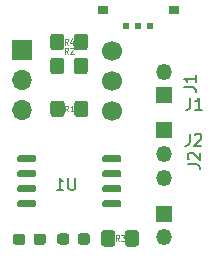
<source format=gts>
%TF.GenerationSoftware,KiCad,Pcbnew,(5.1.10-1-10_14)*%
%TF.CreationDate,2021-09-29T22:20:09+09:00*%
%TF.ProjectId,seamal,7365616d-616c-42e6-9b69-6361645f7063,rev?*%
%TF.SameCoordinates,Original*%
%TF.FileFunction,Soldermask,Top*%
%TF.FilePolarity,Negative*%
%FSLAX46Y46*%
G04 Gerber Fmt 4.6, Leading zero omitted, Abs format (unit mm)*
G04 Created by KiCad (PCBNEW (5.1.10-1-10_14)) date 2021-09-29 22:20:09*
%MOMM*%
%LPD*%
G01*
G04 APERTURE LIST*
%ADD10C,0.150000*%
%ADD11C,0.080000*%
%ADD12R,0.900000X0.700000*%
%ADD13R,0.600000X0.510000*%
%ADD14O,1.350000X1.350000*%
%ADD15R,1.350000X1.350000*%
%ADD16C,1.700000*%
%ADD17O,1.700000X1.700000*%
%ADD18R,1.700000X1.700000*%
G04 APERTURE END LIST*
%TO.C,U1*%
D10*
X143128904Y-99782380D02*
X143128904Y-100591904D01*
X143081285Y-100687142D01*
X143033666Y-100734761D01*
X142938428Y-100782380D01*
X142747952Y-100782380D01*
X142652714Y-100734761D01*
X142605095Y-100687142D01*
X142557476Y-100591904D01*
X142557476Y-99782380D01*
X141557476Y-100782380D02*
X142128904Y-100782380D01*
X141843190Y-100782380D02*
X141843190Y-99782380D01*
X141938428Y-99925238D01*
X142033666Y-100020476D01*
X142128904Y-100068095D01*
%TO.C,J2*%
X152828666Y-96035880D02*
X152828666Y-96750166D01*
X152781047Y-96893023D01*
X152685809Y-96988261D01*
X152542952Y-97035880D01*
X152447714Y-97035880D01*
X153257238Y-96131119D02*
X153304857Y-96083500D01*
X153400095Y-96035880D01*
X153638190Y-96035880D01*
X153733428Y-96083500D01*
X153781047Y-96131119D01*
X153828666Y-96226357D01*
X153828666Y-96321595D01*
X153781047Y-96464452D01*
X153209619Y-97035880D01*
X153828666Y-97035880D01*
X152677880Y-98631333D02*
X153392166Y-98631333D01*
X153535023Y-98678952D01*
X153630261Y-98774190D01*
X153677880Y-98917047D01*
X153677880Y-99012285D01*
X152773119Y-98202761D02*
X152725500Y-98155142D01*
X152677880Y-98059904D01*
X152677880Y-97821809D01*
X152725500Y-97726571D01*
X152773119Y-97678952D01*
X152868357Y-97631333D01*
X152963595Y-97631333D01*
X153106452Y-97678952D01*
X153677880Y-98250380D01*
X153677880Y-97631333D01*
%TO.C,J1*%
X152892166Y-92987880D02*
X152892166Y-93702166D01*
X152844547Y-93845023D01*
X152749309Y-93940261D01*
X152606452Y-93987880D01*
X152511214Y-93987880D01*
X153892166Y-93987880D02*
X153320738Y-93987880D01*
X153606452Y-93987880D02*
X153606452Y-92987880D01*
X153511214Y-93130738D01*
X153415976Y-93225976D01*
X153320738Y-93273595D01*
X152360380Y-92090833D02*
X153074666Y-92090833D01*
X153217523Y-92138452D01*
X153312761Y-92233690D01*
X153360380Y-92376547D01*
X153360380Y-92471785D01*
X153360380Y-91090833D02*
X153360380Y-91662261D01*
X153360380Y-91376547D02*
X152360380Y-91376547D01*
X152503238Y-91471785D01*
X152598476Y-91567023D01*
X152646095Y-91662261D01*
%TO.C,R4*%
D11*
X142537666Y-88491190D02*
X142371000Y-88253095D01*
X142251952Y-88491190D02*
X142251952Y-87991190D01*
X142442428Y-87991190D01*
X142490047Y-88015000D01*
X142513857Y-88038809D01*
X142537666Y-88086428D01*
X142537666Y-88157857D01*
X142513857Y-88205476D01*
X142490047Y-88229285D01*
X142442428Y-88253095D01*
X142251952Y-88253095D01*
X142966238Y-88157857D02*
X142966238Y-88491190D01*
X142847190Y-87967380D02*
X142728142Y-88324523D01*
X143037666Y-88324523D01*
%TO.C,R3*%
X146855666Y-105128190D02*
X146689000Y-104890095D01*
X146569952Y-105128190D02*
X146569952Y-104628190D01*
X146760428Y-104628190D01*
X146808047Y-104652000D01*
X146831857Y-104675809D01*
X146855666Y-104723428D01*
X146855666Y-104794857D01*
X146831857Y-104842476D01*
X146808047Y-104866285D01*
X146760428Y-104890095D01*
X146569952Y-104890095D01*
X147022333Y-104628190D02*
X147331857Y-104628190D01*
X147165190Y-104818666D01*
X147236619Y-104818666D01*
X147284238Y-104842476D01*
X147308047Y-104866285D01*
X147331857Y-104913904D01*
X147331857Y-105032952D01*
X147308047Y-105080571D01*
X147284238Y-105104380D01*
X147236619Y-105128190D01*
X147093761Y-105128190D01*
X147046142Y-105104380D01*
X147022333Y-105080571D01*
%TO.C,R2*%
X142537666Y-89253190D02*
X142371000Y-89015095D01*
X142251952Y-89253190D02*
X142251952Y-88753190D01*
X142442428Y-88753190D01*
X142490047Y-88777000D01*
X142513857Y-88800809D01*
X142537666Y-88848428D01*
X142537666Y-88919857D01*
X142513857Y-88967476D01*
X142490047Y-88991285D01*
X142442428Y-89015095D01*
X142251952Y-89015095D01*
X142728142Y-88800809D02*
X142751952Y-88777000D01*
X142799571Y-88753190D01*
X142918619Y-88753190D01*
X142966238Y-88777000D01*
X142990047Y-88800809D01*
X143013857Y-88848428D01*
X143013857Y-88896047D01*
X142990047Y-88967476D01*
X142704333Y-89253190D01*
X143013857Y-89253190D01*
%TO.C,R1*%
X142563066Y-94155390D02*
X142396400Y-93917295D01*
X142277352Y-94155390D02*
X142277352Y-93655390D01*
X142467828Y-93655390D01*
X142515447Y-93679200D01*
X142539257Y-93703009D01*
X142563066Y-93750628D01*
X142563066Y-93822057D01*
X142539257Y-93869676D01*
X142515447Y-93893485D01*
X142467828Y-93917295D01*
X142277352Y-93917295D01*
X143039257Y-94155390D02*
X142753542Y-94155390D01*
X142896400Y-94155390D02*
X142896400Y-93655390D01*
X142848780Y-93726819D01*
X142801161Y-93774438D01*
X142753542Y-93798247D01*
%TD*%
D12*
%TO.C,S1*%
X145479000Y-85576500D03*
X151479000Y-85576500D03*
D13*
X149479000Y-86931500D03*
X147479000Y-86931500D03*
X148479000Y-86931500D03*
%TD*%
%TO.C,U4*%
G36*
G01*
X139846400Y-101831000D02*
X139846400Y-102131000D01*
G75*
G02*
X139696400Y-102281000I-150000J0D01*
G01*
X138396400Y-102281000D01*
G75*
G02*
X138246400Y-102131000I0J150000D01*
G01*
X138246400Y-101831000D01*
G75*
G02*
X138396400Y-101681000I150000J0D01*
G01*
X139696400Y-101681000D01*
G75*
G02*
X139846400Y-101831000I0J-150000D01*
G01*
G37*
G36*
G01*
X139846400Y-100561000D02*
X139846400Y-100861000D01*
G75*
G02*
X139696400Y-101011000I-150000J0D01*
G01*
X138396400Y-101011000D01*
G75*
G02*
X138246400Y-100861000I0J150000D01*
G01*
X138246400Y-100561000D01*
G75*
G02*
X138396400Y-100411000I150000J0D01*
G01*
X139696400Y-100411000D01*
G75*
G02*
X139846400Y-100561000I0J-150000D01*
G01*
G37*
G36*
G01*
X139846400Y-99291000D02*
X139846400Y-99591000D01*
G75*
G02*
X139696400Y-99741000I-150000J0D01*
G01*
X138396400Y-99741000D01*
G75*
G02*
X138246400Y-99591000I0J150000D01*
G01*
X138246400Y-99291000D01*
G75*
G02*
X138396400Y-99141000I150000J0D01*
G01*
X139696400Y-99141000D01*
G75*
G02*
X139846400Y-99291000I0J-150000D01*
G01*
G37*
G36*
G01*
X139846400Y-98021000D02*
X139846400Y-98321000D01*
G75*
G02*
X139696400Y-98471000I-150000J0D01*
G01*
X138396400Y-98471000D01*
G75*
G02*
X138246400Y-98321000I0J150000D01*
G01*
X138246400Y-98021000D01*
G75*
G02*
X138396400Y-97871000I150000J0D01*
G01*
X139696400Y-97871000D01*
G75*
G02*
X139846400Y-98021000I0J-150000D01*
G01*
G37*
G36*
G01*
X147046400Y-98021000D02*
X147046400Y-98321000D01*
G75*
G02*
X146896400Y-98471000I-150000J0D01*
G01*
X145596400Y-98471000D01*
G75*
G02*
X145446400Y-98321000I0J150000D01*
G01*
X145446400Y-98021000D01*
G75*
G02*
X145596400Y-97871000I150000J0D01*
G01*
X146896400Y-97871000D01*
G75*
G02*
X147046400Y-98021000I0J-150000D01*
G01*
G37*
G36*
G01*
X147046400Y-99291000D02*
X147046400Y-99591000D01*
G75*
G02*
X146896400Y-99741000I-150000J0D01*
G01*
X145596400Y-99741000D01*
G75*
G02*
X145446400Y-99591000I0J150000D01*
G01*
X145446400Y-99291000D01*
G75*
G02*
X145596400Y-99141000I150000J0D01*
G01*
X146896400Y-99141000D01*
G75*
G02*
X147046400Y-99291000I0J-150000D01*
G01*
G37*
G36*
G01*
X147046400Y-100561000D02*
X147046400Y-100861000D01*
G75*
G02*
X146896400Y-101011000I-150000J0D01*
G01*
X145596400Y-101011000D01*
G75*
G02*
X145446400Y-100861000I0J150000D01*
G01*
X145446400Y-100561000D01*
G75*
G02*
X145596400Y-100411000I150000J0D01*
G01*
X146896400Y-100411000D01*
G75*
G02*
X147046400Y-100561000I0J-150000D01*
G01*
G37*
G36*
G01*
X147046400Y-101831000D02*
X147046400Y-102131000D01*
G75*
G02*
X146896400Y-102281000I-150000J0D01*
G01*
X145596400Y-102281000D01*
G75*
G02*
X145446400Y-102131000I0J150000D01*
G01*
X145446400Y-101831000D01*
G75*
G02*
X145596400Y-101681000I150000J0D01*
G01*
X146896400Y-101681000D01*
G75*
G02*
X147046400Y-101831000I0J-150000D01*
G01*
G37*
%TD*%
D14*
%TO.C,J3*%
X150622000Y-104806500D03*
D15*
X150622000Y-102806500D03*
%TD*%
D14*
%TO.C,J2*%
X150622000Y-99758000D03*
X150622000Y-97758000D03*
D15*
X150622000Y-95758000D03*
%TD*%
D14*
%TO.C,J1*%
X150622000Y-90773500D03*
D15*
X150622000Y-92773500D03*
%TD*%
%TO.C,D2*%
G36*
G01*
X144402000Y-104715300D02*
X144402000Y-105190300D01*
G75*
G02*
X144164500Y-105427800I-237500J0D01*
G01*
X143589500Y-105427800D01*
G75*
G02*
X143352000Y-105190300I0J237500D01*
G01*
X143352000Y-104715300D01*
G75*
G02*
X143589500Y-104477800I237500J0D01*
G01*
X144164500Y-104477800D01*
G75*
G02*
X144402000Y-104715300I0J-237500D01*
G01*
G37*
G36*
G01*
X142652000Y-104715300D02*
X142652000Y-105190300D01*
G75*
G02*
X142414500Y-105427800I-237500J0D01*
G01*
X141839500Y-105427800D01*
G75*
G02*
X141602000Y-105190300I0J237500D01*
G01*
X141602000Y-104715300D01*
G75*
G02*
X141839500Y-104477800I237500J0D01*
G01*
X142414500Y-104477800D01*
G75*
G02*
X142652000Y-104715300I0J-237500D01*
G01*
G37*
%TD*%
%TO.C,D1*%
G36*
G01*
X137868200Y-105215700D02*
X137868200Y-104740700D01*
G75*
G02*
X138105700Y-104503200I237500J0D01*
G01*
X138680700Y-104503200D01*
G75*
G02*
X138918200Y-104740700I0J-237500D01*
G01*
X138918200Y-105215700D01*
G75*
G02*
X138680700Y-105453200I-237500J0D01*
G01*
X138105700Y-105453200D01*
G75*
G02*
X137868200Y-105215700I0J237500D01*
G01*
G37*
G36*
G01*
X139618200Y-105215700D02*
X139618200Y-104740700D01*
G75*
G02*
X139855700Y-104503200I237500J0D01*
G01*
X140430700Y-104503200D01*
G75*
G02*
X140668200Y-104740700I0J-237500D01*
G01*
X140668200Y-105215700D01*
G75*
G02*
X140430700Y-105453200I-237500J0D01*
G01*
X139855700Y-105453200D01*
G75*
G02*
X139618200Y-105215700I0J237500D01*
G01*
G37*
%TD*%
%TO.C,R4*%
G36*
G01*
X143021000Y-88715001D02*
X143021000Y-87814999D01*
G75*
G02*
X143270999Y-87565000I249999J0D01*
G01*
X143971001Y-87565000D01*
G75*
G02*
X144221000Y-87814999I0J-249999D01*
G01*
X144221000Y-88715001D01*
G75*
G02*
X143971001Y-88965000I-249999J0D01*
G01*
X143270999Y-88965000D01*
G75*
G02*
X143021000Y-88715001I0J249999D01*
G01*
G37*
G36*
G01*
X141021000Y-88715001D02*
X141021000Y-87814999D01*
G75*
G02*
X141270999Y-87565000I249999J0D01*
G01*
X141971001Y-87565000D01*
G75*
G02*
X142221000Y-87814999I0J-249999D01*
G01*
X142221000Y-88715001D01*
G75*
G02*
X141971001Y-88965000I-249999J0D01*
G01*
X141270999Y-88965000D01*
G75*
G02*
X141021000Y-88715001I0J249999D01*
G01*
G37*
%TD*%
D16*
%TO.C,U2*%
X146227800Y-89014300D03*
X146227800Y-91554300D03*
X146227800Y-94094300D03*
D17*
X138597800Y-93994300D03*
X138597800Y-91454300D03*
D18*
X138597800Y-88914300D03*
%TD*%
%TO.C,R3*%
G36*
G01*
X147339000Y-105352001D02*
X147339000Y-104451999D01*
G75*
G02*
X147588999Y-104202000I249999J0D01*
G01*
X148289001Y-104202000D01*
G75*
G02*
X148539000Y-104451999I0J-249999D01*
G01*
X148539000Y-105352001D01*
G75*
G02*
X148289001Y-105602000I-249999J0D01*
G01*
X147588999Y-105602000D01*
G75*
G02*
X147339000Y-105352001I0J249999D01*
G01*
G37*
G36*
G01*
X145339000Y-105352001D02*
X145339000Y-104451999D01*
G75*
G02*
X145588999Y-104202000I249999J0D01*
G01*
X146289001Y-104202000D01*
G75*
G02*
X146539000Y-104451999I0J-249999D01*
G01*
X146539000Y-105352001D01*
G75*
G02*
X146289001Y-105602000I-249999J0D01*
G01*
X145588999Y-105602000D01*
G75*
G02*
X145339000Y-105352001I0J249999D01*
G01*
G37*
%TD*%
%TO.C,R2*%
G36*
G01*
X143021000Y-90747001D02*
X143021000Y-89846999D01*
G75*
G02*
X143270999Y-89597000I249999J0D01*
G01*
X143971001Y-89597000D01*
G75*
G02*
X144221000Y-89846999I0J-249999D01*
G01*
X144221000Y-90747001D01*
G75*
G02*
X143971001Y-90997000I-249999J0D01*
G01*
X143270999Y-90997000D01*
G75*
G02*
X143021000Y-90747001I0J249999D01*
G01*
G37*
G36*
G01*
X141021000Y-90747001D02*
X141021000Y-89846999D01*
G75*
G02*
X141270999Y-89597000I249999J0D01*
G01*
X141971001Y-89597000D01*
G75*
G02*
X142221000Y-89846999I0J-249999D01*
G01*
X142221000Y-90747001D01*
G75*
G02*
X141971001Y-90997000I-249999J0D01*
G01*
X141270999Y-90997000D01*
G75*
G02*
X141021000Y-90747001I0J249999D01*
G01*
G37*
%TD*%
%TO.C,R1*%
G36*
G01*
X141046400Y-94379201D02*
X141046400Y-93479199D01*
G75*
G02*
X141296399Y-93229200I249999J0D01*
G01*
X141996401Y-93229200D01*
G75*
G02*
X142246400Y-93479199I0J-249999D01*
G01*
X142246400Y-94379201D01*
G75*
G02*
X141996401Y-94629200I-249999J0D01*
G01*
X141296399Y-94629200D01*
G75*
G02*
X141046400Y-94379201I0J249999D01*
G01*
G37*
G36*
G01*
X143046400Y-94379201D02*
X143046400Y-93479199D01*
G75*
G02*
X143296399Y-93229200I249999J0D01*
G01*
X143996401Y-93229200D01*
G75*
G02*
X144246400Y-93479199I0J-249999D01*
G01*
X144246400Y-94379201D01*
G75*
G02*
X143996401Y-94629200I-249999J0D01*
G01*
X143296399Y-94629200D01*
G75*
G02*
X143046400Y-94379201I0J249999D01*
G01*
G37*
%TD*%
M02*

</source>
